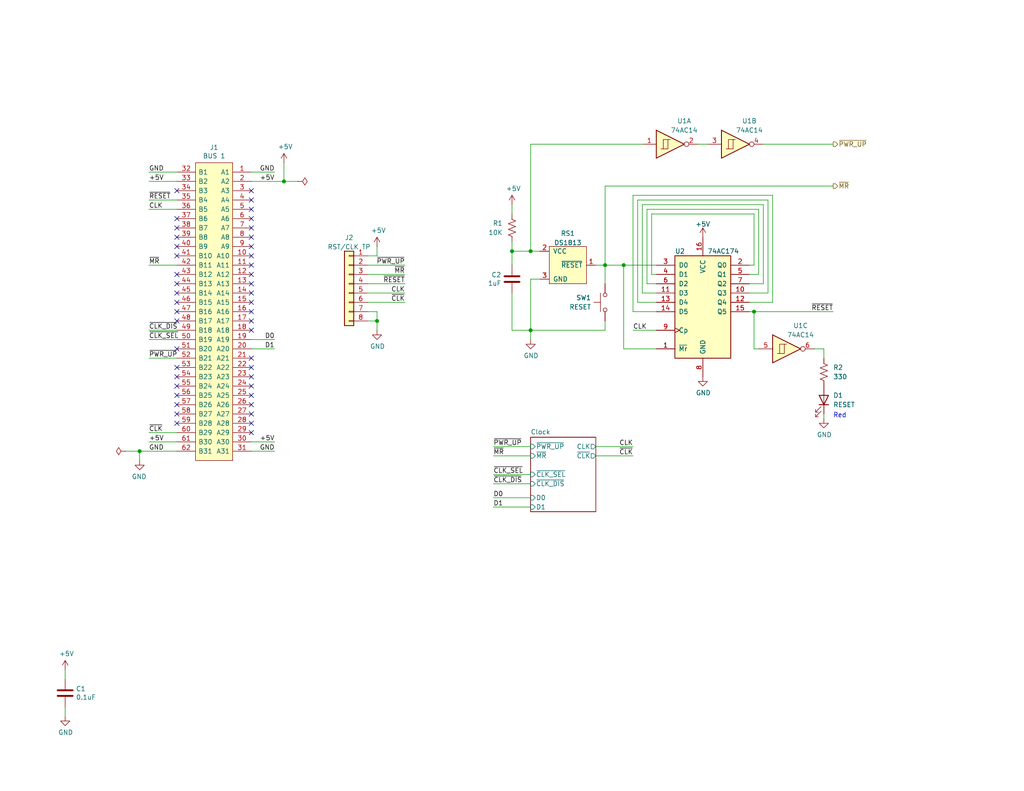
<source format=kicad_sch>
(kicad_sch (version 20211123) (generator eeschema)
  (paper "USLetter")
  (title_block (title "Micro Hobbyist's ZedEighty Project") (date "2022-10-23") (rev "1.1") (company "Frédéric Segard"))
  (lib_symbols
    (symbol "0 - Library:DS1813" (pin_names (offset 1.016))
      (property "Reference" "RS" (at 0 2.54 0))
      (property "Value" "DS1813" (at 0 0 0))
      (symbol "DS1813_0_1"
        (rectangle (start 5.08 -1.27) (end -5.08 -11.43) (fill (type background)))
      )
      (symbol "DS1813_1_1"
        (pin output line (at 7.62 -6.35 180) (length 2.54) (name "~{RESET}") (number "1"))
        (pin input line (at -7.62 -2.54 0) (length 2.54) (name "VCC") (number "2"))
        (pin power_in line (at -7.62 -10.16 0) (length 2.54) (name "GND") (number "3"))
      )
    )
    (symbol "0 - Library:ISA_CARD_CONNECTOR" (pin_names (offset 0.762))
      (property "Reference" "J" (at 0 4.445 0))
      (property "Value" "ISA_CARD_CONNECTOR" (at 0 1.905 0))
      (symbol "ISA_CARD_CONNECTOR_0_0"
        (pin passive line (at 10.16 -2.54 180) (length 5.08) (name "A1") (number "1"))
        (pin passive line (at 10.16 -25.4 180) (length 5.08) (name "A10") (number "10"))
        (pin passive line (at 10.16 -27.94 180) (length 5.08) (name "A11") (number "11"))
        (pin passive line (at 10.16 -30.48 180) (length 5.08) (name "A12") (number "12"))
        (pin passive line (at 10.16 -33.02 180) (length 5.08) (name "A13") (number "13"))
        (pin passive line (at 10.16 -35.56 180) (length 5.08) (name "A14") (number "14"))
        (pin passive line (at 10.16 -38.1 180) (length 5.08) (name "A15") (number "15"))
        (pin passive line (at 10.16 -40.64 180) (length 5.08) (name "A16") (number "16"))
        (pin passive line (at 10.16 -43.18 180) (length 5.08) (name "A17") (number "17"))
        (pin passive line (at 10.16 -45.72 180) (length 5.08) (name "A18") (number "18"))
        (pin passive line (at 10.16 -48.26 180) (length 5.08) (name "A19") (number "19"))
        (pin passive line (at 10.16 -5.08 180) (length 5.08) (name "A2") (number "2"))
        (pin passive line (at 10.16 -50.8 180) (length 5.08) (name "A20") (number "20"))
        (pin passive line (at 10.16 -53.34 180) (length 5.08) (name "A21") (number "21"))
        (pin passive line (at 10.16 -55.88 180) (length 5.08) (name "A22") (number "22"))
        (pin passive line (at 10.16 -58.42 180) (length 5.08) (name "A23") (number "23"))
        (pin passive line (at 10.16 -60.96 180) (length 5.08) (name "A24") (number "24"))
        (pin passive line (at 10.16 -63.5 180) (length 5.08) (name "A25") (number "25"))
        (pin passive line (at 10.16 -66.04 180) (length 5.08) (name "A26") (number "26"))
        (pin passive line (at 10.16 -68.58 180) (length 5.08) (name "A27") (number "27"))
        (pin passive line (at 10.16 -71.12 180) (length 5.08) (name "A28") (number "28"))
        (pin passive line (at 10.16 -73.66 180) (length 5.08) (name "A29") (number "29"))
        (pin passive line (at 10.16 -7.62 180) (length 5.08) (name "A3") (number "3"))
        (pin passive line (at 10.16 -76.2 180) (length 5.08) (name "A30") (number "30"))
        (pin passive line (at 10.16 -78.74 180) (length 5.08) (name "A31") (number "31"))
        (pin passive line (at -10.16 -2.54 0) (length 5.08) (name "B1") (number "32"))
        (pin passive line (at -10.16 -5.08 0) (length 5.08) (name "B2") (number "33"))
        (pin passive line (at -10.16 -7.62 0) (length 5.08) (name "B3") (number "34"))
        (pin passive line (at -10.16 -10.16 0) (length 5.08) (name "B4") (number "35"))
        (pin passive line (at -10.16 -12.7 0) (length 5.08) (name "B5") (number "36"))
        (pin passive line (at -10.16 -15.24 0) (length 5.08) (name "B6") (number "37"))
        (pin passive line (at -10.16 -17.78 0) (length 5.08) (name "B7") (number "38"))
        (pin passive line (at -10.16 -20.32 0) (length 5.08) (name "B8") (number "39"))
        (pin passive line (at 10.16 -10.16 180) (length 5.08) (name "A4") (number "4"))
        (pin passive line (at -10.16 -22.86 0) (length 5.08) (name "B9") (number "40"))
        (pin passive line (at -10.16 -25.4 0) (length 5.08) (name "B10") (number "41"))
        (pin passive line (at -10.16 -27.94 0) (length 5.08) (name "B11") (number "42"))
        (pin passive line (at -10.16 -30.48 0) (length 5.08) (name "B12") (number "43"))
        (pin passive line (at -10.16 -33.02 0) (length 5.08) (name "B13") (number "44"))
        (pin passive line (at -10.16 -35.56 0) (length 5.08) (name "B14") (number "45"))
        (pin passive line (at -10.16 -38.1 0) (length 5.08) (name "B15") (number "46"))
        (pin passive line (at -10.16 -40.64 0) (length 5.08) (name "B16") (number "47"))
        (pin passive line (at -10.16 -43.18 0) (length 5.08) (name "B17") (number "48"))
        (pin passive line (at -10.16 -45.72 0) (length 5.08) (name "B18") (number "49"))
        (pin passive line (at 10.16 -12.7 180) (length 5.08) (name "A5") (number "5"))
        (pin passive line (at -10.16 -48.26 0) (length 5.08) (name "B19") (number "50"))
        (pin passive line (at -10.16 -50.8 0) (length 5.08) (name "B20") (number "51"))
        (pin passive line (at -10.16 -53.34 0) (length 5.08) (name "B21") (number "52"))
        (pin passive line (at -10.16 -55.88 0) (length 5.08) (name "B22") (number "53"))
        (pin passive line (at -10.16 -58.42 0) (length 5.08) (name "B23") (number "54"))
        (pin passive line (at -10.16 -60.96 0) (length 5.08) (name "B24") (number "55"))
        (pin passive line (at -10.16 -63.5 0) (length 5.08) (name "B25") (number "56"))
        (pin passive line (at -10.16 -66.04 0) (length 5.08) (name "B26") (number "57"))
        (pin passive line (at -10.16 -68.58 0) (length 5.08) (name "B27") (number "58"))
        (pin passive line (at -10.16 -71.12 0) (length 5.08) (name "B28") (number "59"))
        (pin passive line (at 10.16 -15.24 180) (length 5.08) (name "A6") (number "6"))
        (pin passive line (at -10.16 -73.66 0) (length 5.08) (name "B29") (number "60"))
        (pin passive line (at -10.16 -76.2 0) (length 5.08) (name "B30") (number "61"))
        (pin passive line (at -10.16 -78.74 0) (length 5.08) (name "B31") (number "62"))
        (pin passive line (at 10.16 -17.78 180) (length 5.08) (name "A7") (number "7"))
        (pin passive line (at 10.16 -20.32 180) (length 5.08) (name "A8") (number "8"))
        (pin passive line (at 10.16 -22.86 180) (length 5.08) (name "A9") (number "9"))
      )
      (symbol "ISA_CARD_CONNECTOR_0_1"
        (rectangle (start -5.08 0) (end 5.08 -81.28) (fill (type background)))
      )
    )
    (symbol "74xx:74HC14" (pin_names (offset 1.016))
      (property "Reference" "U" (at 0 1.27 0))
      (property "Value" "74HC14" (at 0 -1.27 0))
      (symbol "74HC14_1_0"
        (polyline (pts (xy -3.81 3.81) (xy -3.81 -3.81) (xy 3.81 0) (xy -3.81 3.81)) (stroke (width 0.254)) (fill (type background)))
        (pin input line (at -7.62 0 0) (length 3.81) (name "~") (number "1"))
        (pin output inverted (at 7.62 0 180) (length 3.81) (name "~") (number "2"))
      )
      (symbol "74HC14_1_1"
        (polyline (pts (xy -1.905 -1.27) (xy -1.905 1.27) (xy -0.635 1.27)))
        (polyline (pts (xy -2.54 -1.27) (xy -0.635 -1.27) (xy -0.635 1.27) (xy 0 1.27)))
      )
      (symbol "74HC14_2_0"
        (polyline (pts (xy -3.81 3.81) (xy -3.81 -3.81) (xy 3.81 0) (xy -3.81 3.81)) (stroke (width 0.254)) (fill (type background)))
        (pin input line (at -7.62 0 0) (length 3.81) (name "~") (number "3"))
        (pin output inverted (at 7.62 0 180) (length 3.81) (name "~") (number "4"))
      )
      (symbol "74HC14_2_1"
        (polyline (pts (xy -1.905 -1.27) (xy -1.905 1.27) (xy -0.635 1.27)))
        (polyline (pts (xy -2.54 -1.27) (xy -0.635 -1.27) (xy -0.635 1.27) (xy 0 1.27)))
      )
      (symbol "74HC14_3_0"
        (polyline (pts (xy -3.81 3.81) (xy -3.81 -3.81) (xy 3.81 0) (xy -3.81 3.81)) (stroke (width 0.254)) (fill (type background)))
        (pin input line (at -7.62 0 0) (length 3.81) (name "~") (number "5"))
        (pin output inverted (at 7.62 0 180) (length 3.81) (name "~") (number "6"))
      )
      (symbol "74HC14_3_1"
        (polyline (pts (xy -1.905 -1.27) (xy -1.905 1.27) (xy -0.635 1.27)))
        (polyline (pts (xy -2.54 -1.27) (xy -0.635 -1.27) (xy -0.635 1.27) (xy 0 1.27)))
      )
      (symbol "74HC14_4_0"
        (polyline (pts (xy -3.81 3.81) (xy -3.81 -3.81) (xy 3.81 0) (xy -3.81 3.81)) (stroke (width 0.254)) (fill (type background)))
        (pin output inverted (at 7.62 0 180) (length 3.81) (name "~") (number "8"))
        (pin input line (at -7.62 0 0) (length 3.81) (name "~") (number "9"))
      )
      (symbol "74HC14_4_1"
        (polyline (pts (xy -1.905 -1.27) (xy -1.905 1.27) (xy -0.635 1.27)))
        (polyline (pts (xy -2.54 -1.27) (xy -0.635 -1.27) (xy -0.635 1.27) (xy 0 1.27)))
      )
      (symbol "74HC14_5_0"
        (polyline (pts (xy -3.81 3.81) (xy -3.81 -3.81) (xy 3.81 0) (xy -3.81 3.81)) (stroke (width 0.254)) (fill (type background)))
        (pin output inverted (at 7.62 0 180) (length 3.81) (name "~") (number "10"))
        (pin input line (at -7.62 0 0) (length 3.81) (name "~") (number "11"))
      )
      (symbol "74HC14_5_1"
        (polyline (pts (xy -1.905 -1.27) (xy -1.905 1.27) (xy -0.635 1.27)))
        (polyline (pts (xy -2.54 -1.27) (xy -0.635 -1.27) (xy -0.635 1.27) (xy 0 1.27)))
      )
      (symbol "74HC14_6_0"
        (polyline (pts (xy -3.81 3.81) (xy -3.81 -3.81) (xy 3.81 0) (xy -3.81 3.81)) (stroke (width 0.254)) (fill (type background)))
        (pin output inverted (at 7.62 0 180) (length 3.81) (name "~") (number "12"))
        (pin input line (at -7.62 0 0) (length 3.81) (name "~") (number "13"))
      )
      (symbol "74HC14_6_1"
        (polyline (pts (xy -1.905 -1.27) (xy -1.905 1.27) (xy -0.635 1.27)))
        (polyline (pts (xy -2.54 -1.27) (xy -0.635 -1.27) (xy -0.635 1.27) (xy 0 1.27)))
      )
      (symbol "74HC14_7_0"
        (pin power_in line (at 0 12.7 270) (length 5.08) (name "VCC") (number "14"))
        (pin power_in line (at 0 -12.7 90) (length 5.08) (name "GND") (number "7"))
      )
      (symbol "74HC14_7_1"
        (rectangle (start -5.08 7.62) (end 5.08 -7.62) (stroke (width 0.254)) (fill (type background)))
      )
    )
    (symbol "74xx:74LS174" (pin_names (offset 1.016))
      (property "Reference" "U" (at -7.62 13.97 0))
      (property "Value" "74LS174" (at -7.62 -16.51 0))
      (symbol "74LS174_1_0"
        (pin input line (at -12.7 -12.7 0) (length 5.08) (name "~{Mr}") (number "1"))
        (pin output line (at 12.7 2.54 180) (length 5.08) (name "Q3") (number "10"))
        (pin input line (at -12.7 2.54 0) (length 5.08) (name "D3") (number "11"))
        (pin output line (at 12.7 0 180) (length 5.08) (name "Q4") (number "12"))
        (pin input line (at -12.7 0 0) (length 5.08) (name "D4") (number "13"))
        (pin input line (at -12.7 -2.54 0) (length 5.08) (name "D5") (number "14"))
        (pin output line (at 12.7 -2.54 180) (length 5.08) (name "Q5") (number "15"))
        (pin power_in line (at 0 17.78 270) (length 5.08) (name "VCC") (number "16"))
        (pin output line (at 12.7 10.16 180) (length 5.08) (name "Q0") (number "2"))
        (pin input line (at -12.7 10.16 0) (length 5.08) (name "D0") (number "3"))
        (pin input line (at -12.7 7.62 0) (length 5.08) (name "D1") (number "4"))
        (pin output line (at 12.7 7.62 180) (length 5.08) (name "Q1") (number "5"))
        (pin input line (at -12.7 5.08 0) (length 5.08) (name "D2") (number "6"))
        (pin output line (at 12.7 5.08 180) (length 5.08) (name "Q2") (number "7"))
        (pin power_in line (at 0 -20.32 90) (length 5.08) (name "GND") (number "8"))
        (pin input clock (at -12.7 -7.62 0) (length 5.08) (name "Cp") (number "9"))
      )
      (symbol "74LS174_1_1"
        (rectangle (start -7.62 12.7) (end 7.62 -15.24) (stroke (width 0.254)) (fill (type background)))
      )
    )
    (symbol "Connector_Generic:Conn_01x08" (pin_names (offset 1.016) hide)
      (property "Reference" "J" (at 0 10.16 0))
      (property "Value" "Conn_01x08" (at 0 -12.7 0))
      (symbol "Conn_01x08_1_1"
        (rectangle (start -1.27 -10.033) (end 0 -10.287) (stroke (width 0.1524)))
        (rectangle (start -1.27 -7.493) (end 0 -7.747) (stroke (width 0.1524)))
        (rectangle (start -1.27 -4.953) (end 0 -5.207) (stroke (width 0.1524)))
        (rectangle (start -1.27 -2.413) (end 0 -2.667) (stroke (width 0.1524)))
        (rectangle (start -1.27 0.127) (end 0 -0.127) (stroke (width 0.1524)))
        (rectangle (start -1.27 2.667) (end 0 2.413) (stroke (width 0.1524)))
        (rectangle (start -1.27 5.207) (end 0 4.953) (stroke (width 0.1524)))
        (rectangle (start -1.27 7.747) (end 0 7.493) (stroke (width 0.1524)))
        (rectangle (start -1.27 8.89) (end 1.27 -11.43) (stroke (width 0.254)) (fill (type background)))
        (pin passive line (at -5.08 7.62 0) (length 3.81) (name "Pin_1") (number "1"))
        (pin passive line (at -5.08 5.08 0) (length 3.81) (name "Pin_2") (number "2"))
        (pin passive line (at -5.08 2.54 0) (length 3.81) (name "Pin_3") (number "3"))
        (pin passive line (at -5.08 0 0) (length 3.81) (name "Pin_4") (number "4"))
        (pin passive line (at -5.08 -2.54 0) (length 3.81) (name "Pin_5") (number "5"))
        (pin passive line (at -5.08 -5.08 0) (length 3.81) (name "Pin_6") (number "6"))
        (pin passive line (at -5.08 -7.62 0) (length 3.81) (name "Pin_7") (number "7"))
        (pin passive line (at -5.08 -10.16 0) (length 3.81) (name "Pin_8") (number "8"))
      )
    )
    (symbol "Device:C" (pin_numbers hide) (pin_names (offset 0.254))
      (property "Reference" "C" (at 0.635 2.54 0))
      (property "Value" "C" (at 0.635 -2.54 0))
      (symbol "C_0_1"
        (polyline (pts (xy -2.032 -0.762) (xy 2.032 -0.762)) (stroke (width 0.508)))
        (polyline (pts (xy -2.032 0.762) (xy 2.032 0.762)) (stroke (width 0.508)))
      )
      (symbol "C_1_1"
        (pin passive line (at 0 3.81 270) (length 2.794) (name "~") (number "1"))
        (pin passive line (at 0 -3.81 90) (length 2.794) (name "~") (number "2"))
      )
    )
    (symbol "Device:LED" (pin_numbers hide) (pin_names (offset 1.016) hide)
      (property "Reference" "D" (at 0 2.54 0))
      (property "Value" "LED" (at 0 -2.54 0))
      (symbol "LED_0_1"
        (polyline (pts (xy -1.27 -1.27) (xy -1.27 1.27)) (stroke (width 0.254)))
        (polyline (pts (xy -1.27 0) (xy 1.27 0)))
        (polyline (pts (xy 1.27 -1.27) (xy 1.27 1.27) (xy -1.27 0) (xy 1.27 -1.27)) (stroke (width 0.254)))
        (polyline (pts (xy -3.048 -0.762) (xy -4.572 -2.286) (xy -3.81 -2.286) (xy -4.572 -2.286) (xy -4.572 -1.524)))
        (polyline (pts (xy -1.778 -0.762) (xy -3.302 -2.286) (xy -2.54 -2.286) (xy -3.302 -2.286) (xy -3.302 -1.524)))
      )
      (symbol "LED_1_1"
        (pin passive line (at -3.81 0 0) (length 2.54) (name "K") (number "1"))
        (pin passive line (at 3.81 0 180) (length 2.54) (name "A") (number "2"))
      )
    )
    (symbol "Device:R_US" (pin_numbers hide) (pin_names (offset 0))
      (property "Reference" "R" (at 2.54 0 90))
      (property "Value" "R_US" (at -2.54 0 90))
      (symbol "R_US_0_1"
        (polyline (pts (xy 0 -2.286) (xy 0 -2.54)))
        (polyline (pts (xy 0 2.286) (xy 0 2.54)))
        (polyline (pts (xy 0 -0.762) (xy 1.016 -1.143) (xy 0 -1.524) (xy -1.016 -1.905) (xy 0 -2.286)))
        (polyline (pts (xy 0 0.762) (xy 1.016 0.381) (xy 0 0) (xy -1.016 -0.381) (xy 0 -0.762)))
        (polyline (pts (xy 0 2.286) (xy 1.016 1.905) (xy 0 1.524) (xy -1.016 1.143) (xy 0 0.762)))
      )
      (symbol "R_US_1_1"
        (pin passive line (at 0 3.81 270) (length 1.27) (name "~") (number "1"))
        (pin passive line (at 0 -3.81 90) (length 1.27) (name "~") (number "2"))
      )
    )
    (symbol "R_US_1" (pin_numbers hide) (pin_names (offset 0))
      (property "Reference" "R" (at 2.54 0 90))
      (property "Value" "R_US_1" (at -2.54 0 90))
      (symbol "R_US_1_0_1"
        (polyline (pts (xy 0 -2.286) (xy 0 -2.54)))
        (polyline (pts (xy 0 2.286) (xy 0 2.54)))
        (polyline (pts (xy 0 -0.762) (xy 1.016 -1.143) (xy 0 -1.524) (xy -1.016 -1.905) (xy 0 -2.286)))
        (polyline (pts (xy 0 0.762) (xy 1.016 0.381) (xy 0 0) (xy -1.016 -0.381) (xy 0 -0.762)))
        (polyline (pts (xy 0 2.286) (xy 1.016 1.905) (xy 0 1.524) (xy -1.016 1.143) (xy 0 0.762)))
      )
      (symbol "R_US_1_1_1"
        (pin passive line (at 0 3.81 270) (length 1.27) (name "~") (number "1"))
        (pin passive line (at 0 -3.81 90) (length 1.27) (name "~") (number "2"))
      )
    )
    (symbol "Switch:SW_Push" (pin_numbers hide) (pin_names (offset 1.016) hide)
      (property "Reference" "SW" (at 1.27 2.54 0))
      (property "Value" "SW_Push" (at 0 -1.524 0))
      (symbol "SW_Push_0_1"
        (circle (center -2.032 0) (radius 0.508))
        (polyline (pts (xy 0 1.27) (xy 0 3.048)))
        (polyline (pts (xy 2.54 1.27) (xy -2.54 1.27)))
        (circle (center 2.032 0) (radius 0.508))
        (pin passive line (at -5.08 0 0) (length 2.54) (name "1") (number "1"))
        (pin passive line (at 5.08 0 180) (length 2.54) (name "2") (number "2"))
      )
    )
    (symbol "power:+5V" (power) (pin_names (offset 0))
      (property "Value" "+5V" (at 0 3.556 0))
      (symbol "+5V_0_1"
        (polyline (pts (xy -0.762 1.27) (xy 0 2.54)))
        (polyline (pts (xy 0 0) (xy 0 2.54)))
        (polyline (pts (xy 0 2.54) (xy 0.762 1.27)))
      )
      (symbol "+5V_1_1"
        (pin power_in line (at 0 0 90) (length 0) hide (name "+5V") (number "1"))
      )
    )
    (symbol "power:GND" (power) (pin_names (offset 0))
      (property "Value" "GND" (at 0 -3.81 0))
      (symbol "GND_0_1"
        (polyline (pts (xy 0 0) (xy 0 -1.27) (xy 1.27 -1.27) (xy 0 -2.54) (xy -1.27 -1.27) (xy 0 -1.27)))
      )
      (symbol "GND_1_1"
        (pin power_in line (at 0 0 270) (length 0) hide (name "GND") (number "1"))
      )
    )
    (symbol "power:PWR_FLAG" (power) (pin_numbers hide) (pin_names (offset 0) hide)
      (property "Value" "PWR_FLAG" (at 0 3.81 0))
      (symbol "PWR_FLAG_0_0"
        (pin power_out line (at 0 0 90) (length 0) (name "pwr") (number "1"))
      )
      (symbol "PWR_FLAG_0_1"
        (polyline (pts (xy 0 0) (xy 0 1.27) (xy -1.016 1.905) (xy 0 2.54) (xy 1.016 1.905) (xy 0 1.27)))
      )
    )
  )
  (junction (at 38.1 123.19))
  (junction (at 165.1 72.39))
  (junction (at 144.78 90.17))
  (junction (at 102.87 87.63))
  (junction (at 170.18 72.39))
  (junction (at 77.47 49.53))
  (junction (at 139.7 68.58))
  (junction (at 144.78 68.58))
  (junction (at 205.74 85.09))
  (no_connect (at 48.26 64.77))
  (no_connect (at 48.26 67.31))
  (no_connect (at 68.58 62.23))
  (no_connect (at 68.58 87.63))
  (no_connect (at 48.26 62.23))
  (no_connect (at 48.26 85.09))
  (no_connect (at 48.26 100.33))
  (no_connect (at 48.26 110.49))
  (no_connect (at 68.58 64.77))
  (no_connect (at 48.26 74.93))
  (no_connect (at 48.26 87.63))
  (no_connect (at 68.58 115.57))
  (no_connect (at 68.58 85.09))
  (no_connect (at 48.26 115.57))
  (no_connect (at 68.58 52.07))
  (no_connect (at 68.58 57.15))
  (no_connect (at 48.26 102.87))
  (no_connect (at 48.26 105.41))
  (no_connect (at 68.58 77.47))
  (no_connect (at 68.58 100.33))
  (no_connect (at 68.58 80.01))
  (no_connect (at 68.58 102.87))
  (no_connect (at 68.58 118.11))
  (no_connect (at 48.26 80.01))
  (no_connect (at 48.26 69.85))
  (no_connect (at 48.26 52.07))
  (no_connect (at 48.26 113.03))
  (no_connect (at 68.58 67.31))
  (no_connect (at 48.26 77.47))
  (no_connect (at 48.26 59.69))
  (no_connect (at 68.58 74.93))
  (no_connect (at 68.58 90.17))
  (no_connect (at 68.58 107.95))
  (no_connect (at 68.58 69.85))
  (no_connect (at 68.58 105.41))
  (no_connect (at 68.58 113.03))
  (no_connect (at 68.58 82.55))
  (no_connect (at 68.58 54.61))
  (no_connect (at 68.58 97.79))
  (no_connect (at 68.58 72.39))
  (no_connect (at 48.26 107.95))
  (no_connect (at 48.26 95.25))
  (no_connect (at 68.58 110.49))
  (no_connect (at 68.58 59.69))
  (no_connect (at 48.26 82.55))
  (wire (pts (xy 40.64 46.99) (xy 48.26 46.99)))
  (wire (pts (xy 210.82 53.34) (xy 172.72 53.34)))
  (wire (pts (xy 190.5 39.37) (xy 193.04 39.37)))
  (wire (pts (xy 172.72 53.34) (xy 172.72 85.09)))
  (wire (pts (xy 205.74 72.39) (xy 205.74 58.42)))
  (wire (pts (xy 205.74 58.42) (xy 177.8 58.42)))
  (wire (pts (xy 173.99 54.61) (xy 173.99 82.55)))
  (wire (pts (xy 17.78 193.04) (xy 17.78 195.58)))
  (wire (pts (xy 165.1 50.8) (xy 227.33 50.8)))
  (wire (pts (xy 172.72 90.17) (xy 179.07 90.17)))
  (wire (pts (xy 144.78 90.17) (xy 165.1 90.17)))
  (wire (pts (xy 40.64 90.17) (xy 48.26 90.17)))
  (wire (pts (xy 38.1 123.19) (xy 48.26 123.19)))
  (wire (pts (xy 209.55 80.01) (xy 209.55 54.61)))
  (wire (pts (xy 162.56 72.39) (xy 165.1 72.39)))
  (wire (pts (xy 177.8 58.42) (xy 177.8 74.93)))
  (wire (pts (xy 139.7 68.58) (xy 144.78 68.58)))
  (wire (pts (xy 162.56 124.46) (xy 172.72 124.46)))
  (wire (pts (xy 139.7 68.58) (xy 139.7 66.04)))
  (wire (pts (xy 100.33 77.47) (xy 110.49 77.47)))
  (wire (pts (xy 204.47 82.55) (xy 210.82 82.55)))
  (wire (pts (xy 68.58 49.53) (xy 77.47 49.53)))
  (wire (pts (xy 170.18 95.25) (xy 179.07 95.25)))
  (wire (pts (xy 134.62 121.92) (xy 144.78 121.92)))
  (wire (pts (xy 40.64 97.79) (xy 48.26 97.79)))
  (wire (pts (xy 208.28 55.88) (xy 175.26 55.88)))
  (wire (pts (xy 205.74 85.09) (xy 227.33 85.09)))
  (wire (pts (xy 207.01 74.93) (xy 207.01 57.15)))
  (wire (pts (xy 224.79 114.3) (xy 224.79 113.03)))
  (wire (pts (xy 224.79 95.25) (xy 224.79 97.79)))
  (wire (pts (xy 175.26 55.88) (xy 175.26 80.01)))
  (wire (pts (xy 165.1 77.47) (xy 165.1 72.39)))
  (wire (pts (xy 144.78 39.37) (xy 175.26 39.37)))
  (wire (pts (xy 40.64 118.11) (xy 48.26 118.11)))
  (wire (pts (xy 134.62 135.89) (xy 144.78 135.89)))
  (wire (pts (xy 102.87 67.31) (xy 102.87 69.85)))
  (wire (pts (xy 208.28 77.47) (xy 208.28 55.88)))
  (wire (pts (xy 204.47 80.01) (xy 209.55 80.01)))
  (wire (pts (xy 40.64 54.61) (xy 48.26 54.61)))
  (wire (pts (xy 207.01 57.15) (xy 176.53 57.15)))
  (wire (pts (xy 100.33 82.55) (xy 110.49 82.55)))
  (wire (pts (xy 165.1 72.39) (xy 170.18 72.39)))
  (wire (pts (xy 139.7 80.01) (xy 139.7 90.17)))
  (wire (pts (xy 204.47 77.47) (xy 208.28 77.47)))
  (wire (pts (xy 134.62 129.54) (xy 144.78 129.54)))
  (wire (pts (xy 100.33 74.93) (xy 110.49 74.93)))
  (wire (pts (xy 102.87 87.63) (xy 100.33 87.63)))
  (wire (pts (xy 100.33 80.01) (xy 110.49 80.01)))
  (wire (pts (xy 205.74 85.09) (xy 205.74 95.25)))
  (wire (pts (xy 102.87 87.63) (xy 102.87 90.17)))
  (wire (pts (xy 144.78 39.37) (xy 144.78 68.58)))
  (wire (pts (xy 207.01 95.25) (xy 205.74 95.25)))
  (wire (pts (xy 165.1 87.63) (xy 165.1 90.17)))
  (wire (pts (xy 100.33 72.39) (xy 110.49 72.39)))
  (wire (pts (xy 38.1 123.19) (xy 38.1 125.73)))
  (wire (pts (xy 144.78 68.58) (xy 147.32 68.58)))
  (wire (pts (xy 176.53 57.15) (xy 176.53 77.47)))
  (wire (pts (xy 68.58 95.25) (xy 74.93 95.25)))
  (wire (pts (xy 68.58 120.65) (xy 74.93 120.65)))
  (wire (pts (xy 68.58 92.71) (xy 74.93 92.71)))
  (wire (pts (xy 68.58 46.99) (xy 74.93 46.99)))
  (wire (pts (xy 102.87 87.63) (xy 102.87 85.09)))
  (wire (pts (xy 77.47 44.45) (xy 77.47 49.53)))
  (wire (pts (xy 40.64 57.15) (xy 48.26 57.15)))
  (wire (pts (xy 34.29 123.19) (xy 38.1 123.19)))
  (wire (pts (xy 40.64 92.71) (xy 48.26 92.71)))
  (wire (pts (xy 40.64 120.65) (xy 48.26 120.65)))
  (wire (pts (xy 17.78 182.88) (xy 17.78 185.42)))
  (wire (pts (xy 173.99 82.55) (xy 179.07 82.55)))
  (wire (pts (xy 102.87 85.09) (xy 100.33 85.09)))
  (wire (pts (xy 209.55 54.61) (xy 173.99 54.61)))
  (wire (pts (xy 208.28 39.37) (xy 227.33 39.37)))
  (wire (pts (xy 210.82 82.55) (xy 210.82 53.34)))
  (wire (pts (xy 139.7 55.88) (xy 139.7 58.42)))
  (wire (pts (xy 100.33 69.85) (xy 102.87 69.85)))
  (wire (pts (xy 176.53 77.47) (xy 179.07 77.47)))
  (wire (pts (xy 134.62 138.43) (xy 144.78 138.43)))
  (wire (pts (xy 144.78 92.71) (xy 144.78 90.17)))
  (wire (pts (xy 147.32 76.2) (xy 144.78 76.2)))
  (wire (pts (xy 204.47 74.93) (xy 207.01 74.93)))
  (wire (pts (xy 68.58 123.19) (xy 74.93 123.19)))
  (wire (pts (xy 40.64 72.39) (xy 48.26 72.39)))
  (wire (pts (xy 170.18 72.39) (xy 170.18 95.25)))
  (wire (pts (xy 224.79 95.25) (xy 222.25 95.25)))
  (wire (pts (xy 134.62 124.46) (xy 144.78 124.46)))
  (wire (pts (xy 170.18 72.39) (xy 179.07 72.39)))
  (wire (pts (xy 40.64 49.53) (xy 48.26 49.53)))
  (wire (pts (xy 165.1 72.39) (xy 165.1 50.8)))
  (wire (pts (xy 172.72 85.09) (xy 179.07 85.09)))
  (wire (pts (xy 81.28 49.53) (xy 77.47 49.53)))
  (wire (pts (xy 139.7 90.17) (xy 144.78 90.17)))
  (wire (pts (xy 139.7 72.39) (xy 139.7 68.58)))
  (wire (pts (xy 162.56 121.92) (xy 172.72 121.92)))
  (wire (pts (xy 134.62 132.08) (xy 144.78 132.08)))
  (wire (pts (xy 144.78 76.2) (xy 144.78 90.17)))
  (wire (pts (xy 175.26 80.01) (xy 179.07 80.01)))
  (wire (pts (xy 204.47 85.09) (xy 205.74 85.09)))
  (wire (pts (xy 204.47 72.39) (xy 205.74 72.39)))
  (wire (pts (xy 177.8 74.93) (xy 179.07 74.93)))
  (text "Red" (at 227.306 114.252 0) (effects (font (size 1.27 1.27)) (justify left bottom)))
  (label "~{CLK_SEL}" (at 134.62 129.54 0))
  (label "+5V" (at 74.93 120.65 180))
  (label "D0" (at 74.93 92.71 180))
  (label "+5V" (at 40.64 49.53 0))
  (label "CLK" (at 110.49 80.01 180))
  (label "~{PWR_UP}" (at 110.49 72.39 180))
  (label "~{MR}" (at 40.64 72.39 0))
  (label "+5V" (at 40.64 120.65 0))
  (label "~{RESET}" (at 227.33 85.09 180))
  (label "GND" (at 40.64 46.99 0))
  (label "GND" (at 74.93 46.99 180))
  (label "~{PWR_UP}" (at 40.64 97.79 0))
  (label "CLK" (at 172.72 121.92 180))
  (label "D1" (at 74.93 95.25 180))
  (label "~{CLK_SEL}" (at 40.64 92.71 0))
  (label "CLK" (at 172.72 90.17 0))
  (label "GND" (at 40.64 123.19 0))
  (label "~{CLK_DIS}" (at 40.64 90.17 0))
  (label "+5V" (at 74.93 49.53 180))
  (label "CLK" (at 40.64 57.15 0))
  (label "D0" (at 134.62 135.89 0))
  (label "~{CLK}" (at 110.49 82.55 180))
  (label "~{CLK}" (at 172.72 124.46 180))
  (label "~{RESET}" (at 110.49 77.47 180))
  (label "D1" (at 134.62 138.43 0))
  (label "~{MR}" (at 134.62 124.46 0))
  (label "~{RESET}" (at 40.64 54.61 0))
  (label "~{CLK_DIS}" (at 134.62 132.08 0))
  (label "~{CLK}" (at 40.64 118.11 0))
  (label "GND" (at 74.93 123.19 180))
  (label "~{MR}" (at 110.49 74.93 180))
  (label "~{PWR_UP}" (at 134.62 121.92 0))
  (hierarchical_label "~{PWR_UP}" (shape output) (at 227.33 39.37 0))
  (hierarchical_label "~{MR}" (shape output) (at 227.33 50.8 0))
  (symbol (lib_id "0 - Library:ISA_CARD_CONNECTOR") (at 58.42 44.45 0) (unit 1)
    (property "Reference" "J1" (at 58.42 40.259 0))
    (property "Value" "BUS 1" (at 58.42 42.5704 0))
    (property "Footprint" "0 - Library:BUS_XT" (effects hide))
    (property "Datasheet" "https://www.te.com/commerce/DocumentDelivery/DDEController?Action=showdoc&DocId=Customer+Drawing%7F5530843%7FF8%7Fpdf%7FEnglish%7FENG_CD_5530843_F8.pdf%7F6-5530843-5" (effects hide))
    (property "Description" "Standard Card Edge Connectors 100 VRT 062DP" (effects hide))
    (property "Height" "15.494" (effects hide))
    (property "Mouser Part Number" "571-6-5530843-5" (effects hide))
    (property "Mouser Price/Stock" "https://www.mouser.co.uk/ProductDetail/TE-Connectivity/6-5530843-5?qs=X1mjqRbeMc4evMKvgkFEjA%3D%3D" (effects hide))
    (property "Manufacturer_Name" "TE Connectivity" (effects hide))
    (property "Manufacturer_Part_Number" "6-5530843-5" (effects hide))
  )
  (symbol (lib_id "power:GND") (at 144.78 92.71 0) (unit 1)
    (property "Reference" "#PWR08" (effects hide))
    (property "Value" "~" (at 144.907 97.1042 0))
  )
  (symbol (lib_id "power:+5V") (at 77.47 44.45 0) (unit 1)
    (property "Reference" "#PWR04" (effects hide))
    (property "Value" "+5V" (at 77.851 40.0558 0))
  )
  (symbol (lib_id "power:GND") (at 224.79 114.3 0) (unit 1)
    (property "Reference" "#PWR011" (effects hide))
    (property "Value" "~" (at 224.917 118.6942 0))
  )
  (symbol (lib_id "Device:C") (at 139.7 76.2 0) (mirror y) (unit 1)
    (property "Reference" "C2" (at 136.779 75.0316 0) (effects (justify left)))
    (property "Value" "1uF" (at 136.779 77.343 0) (effects (justify left)))
    (property "Footprint" "Capacitor_THT:C_Disc_D3.0mm_W2.0mm_P2.50mm" (effects hide))
  )
  (symbol (lib_id "power:GND") (at 17.78 195.58 0) (unit 1)
    (property "Reference" "#PWR02" (effects hide))
    (property "Value" "GND" (at 17.907 199.9742 0))
  )
  (symbol (lib_id "Device:LED") (at 224.79 109.22 270) (mirror x) (unit 1)
    (property "Reference" "D1" (at 227.33 107.95 90) (effects (justify left)))
    (property "Value" "RESET" (at 227.33 110.49 90) (effects (justify left)))
    (property "Footprint" "LED_THT:LED_D3.0mm_Horizontal_O1.27mm_Z2.0mm_Clear" (effects hide))
  )
  (symbol (lib_id "power:GND") (at 102.87 90.17 0) (unit 1)
    (property "Reference" "#PWR06" (effects hide))
    (property "Value" "~" (at 102.997 94.5642 0))
  )
  (symbol (lib_id "power:PWR_FLAG") (at 34.29 123.19 90) (mirror x) (unit 1)
    (property "Reference" "#FLG01" (effects hide))
    (property "Value" "PWR_FLAG" (effects hide))
  )
  (symbol (lib_id "74xx:74LS174") (at 191.77 82.55 0) (unit 1)
    (property "Reference" "U2" (at 184.15 68.58 0) (effects (justify left)))
    (property "Value" "74AC174" (at 193.04 68.58 0) (effects (justify left)))
    (property "Footprint" "Package_DIP:DIP-16_W7.62mm_Socket" (effects hide))
    (property "Datasheet" "https://www.ti.com/lit/ds/symlink/sn74ahc174.pdf" (effects hide))
  )
  (symbol (lib_id "Connector_Generic:Conn_01x08") (at 95.25 77.47 0) (mirror y) (unit 1)
    (property "Reference" "J2" (at 95.25 64.8802 0))
    (property "Value" "RST/CLK TP" (at 95.25 67.4171 0))
    (property "Footprint" "Connector_PinHeader_2.54mm:PinHeader_1x08_P2.54mm_Horizontal" (effects hide))
  )
  (symbol (lib_id "Device:R_US") (at 224.79 101.6 0) (unit 1)
    (property "Reference" "R2" (at 227.33 100.33 0) (effects (justify left)))
    (property "Value" "330" (at 227.33 102.87 0) (effects (justify left)))
    (property "Footprint" "Resistor_THT:R_Axial_DIN0207_L6.3mm_D2.5mm_P10.16mm_Horizontal" (effects hide))
  )
  (symbol (lib_id "74xx:74HC14") (at 200.66 39.37 0) (unit 2)
    (property "Reference" "U1" (at 204.47 33.02 0))
    (property "Value" "74AC14" (at 204.47 35.56 0))
    (property "Footprint" "Package_DIP:DIP-14_W7.62mm_Socket" (effects hide))
    (property "Datasheet" "https://www.ti.com/lit/ds/symlink/sn74ahc14.pdf" (effects hide))
  )
  (symbol (lib_id "power:+5V") (at 139.7 55.88 0) (unit 1)
    (property "Reference" "#PWR07" (effects hide))
    (property "Value" "~" (at 140.081 51.4858 0))
  )
  (symbol (lib_id "0 - Library:DS1813") (at 154.94 66.04 0) (unit 1)
    (property "Reference" "RS1" (at 154.94 63.7372 0))
    (property "Value" "DS1813" (at 154.94 66.2741 0))
    (property "Footprint" "Package_TO_SOT_THT:TO-92L_Inline_Wide" (effects hide))
    (property "Datasheet" "https://datasheets.maximintegrated.com/en/ds/DS1813.pdf" (effects hide))
  )
  (symbol (lib_name "R_US_1") (lib_id "Device:R_US") (at 139.7 62.23 180) (unit 1)
    (property "Reference" "R1" (at 137.16 60.96 0) (effects (justify left)))
    (property "Value" "10K" (at 137.16 63.5 0) (effects (justify left)))
    (property "Footprint" "Resistor_THT:R_Axial_DIN0207_L6.3mm_D2.5mm_P10.16mm_Horizontal" (effects hide))
  )
  (symbol (lib_id "74xx:74HC14") (at 182.88 39.37 0) (unit 1)
    (property "Reference" "U1" (at 186.69 33.02 0))
    (property "Value" "74AC14" (at 186.69 35.56 0))
    (property "Footprint" "Package_DIP:DIP-14_W7.62mm_Socket" (effects hide))
    (property "Datasheet" "https://www.ti.com/lit/ds/symlink/sn74ahc14.pdf" (effects hide))
  )
  (symbol (lib_id "74xx:74HC14") (at 214.63 95.25 0) (unit 3)
    (property "Reference" "U1" (at 218.44 88.9 0))
    (property "Value" "74AC14" (at 218.44 91.44 0))
    (property "Footprint" "Package_DIP:DIP-14_W7.62mm_Socket" (effects hide))
    (property "Datasheet" "https://www.ti.com/lit/ds/symlink/sn74ahc14.pdf" (effects hide))
  )
  (symbol (lib_id "power:+5V") (at 17.78 182.88 0) (unit 1)
    (property "Reference" "#PWR01" (effects hide))
    (property "Value" "+5V" (at 18.161 178.4858 0))
  )
  (symbol (lib_id "Switch:SW_Push") (at 165.1 82.55 90) (mirror x) (unit 1)
    (property "Reference" "SW1" (at 161.29 81.28 90) (effects (justify left)))
    (property "Value" "RESET" (at 161.29 83.82 90) (effects (justify left)))
    (property "Footprint" "Button_Switch_THT:SW_Tactile_SPST_Angled_PTS645Vx58-2LFS" (effects hide))
  )
  (symbol (lib_id "power:GND") (at 191.77 102.87 0) (unit 1)
    (property "Reference" "#PWR010" (effects hide))
    (property "Value" "~" (at 191.897 107.2642 0))
  )
  (symbol (lib_id "power:PWR_FLAG") (at 81.28 49.53 270) (unit 1)
    (property "Reference" "#FLG02" (effects hide))
    (property "Value" "PWR_FLAG" (effects hide))
  )
  (symbol (lib_id "power:+5V") (at 102.87 67.31 0) (unit 1)
    (property "Reference" "#PWR05" (effects hide))
    (property "Value" "~" (at 103.251 62.9158 0))
  )
  (symbol (lib_id "Device:C") (at 17.78 189.23 0) (unit 1)
    (property "Reference" "C1" (at 20.701 188.0616 0) (effects (justify left)))
    (property "Value" "0.1uF" (at 20.701 190.373 0) (effects (justify left)))
    (property "Footprint" "Capacitor_THT:C_Disc_D3.0mm_W2.0mm_P2.50mm" (effects hide))
  )
  (symbol (lib_id "power:+5V") (at 191.77 64.77 0) (unit 1)
    (property "Reference" "#PWR09" (effects hide))
    (property "Value" "~" (at 191.77 61.1942 0))
  )
  (symbol (lib_id "power:GND") (at 38.1 125.73 0) (mirror y) (unit 1)
    (property "Reference" "#PWR03" (effects hide))
    (property "Value" "~" (at 37.973 130.1242 0))
  )
  (sheet (at 144.78 119.38) (size 17.78 20.32) (stroke (width 0.1524))
    (property "Sheet name" "Clock" (at 144.78 118.6684 0) (effects (justify left bottom)))
    (property "Sheet file" "Clock.kicad_sch" (effects hide))
    (pin "~{PWR_UP}" input (at 144.78 121.92 180))
    (pin "~{CLK_SEL}" input (at 144.78 129.54 180))
    (pin "~{MR}" input (at 144.78 124.46 180))
    (pin "~{CLK_DIS}" input (at 144.78 132.08 180))
    (pin "~{CLK}" output (at 162.56 124.46 0))
    (pin "D0" input (at 144.78 135.89 180))
    (pin "D1" input (at 144.78 138.43 180))
    (pin "CLK" output (at 162.56 121.92 0))
  )
)
</source>
